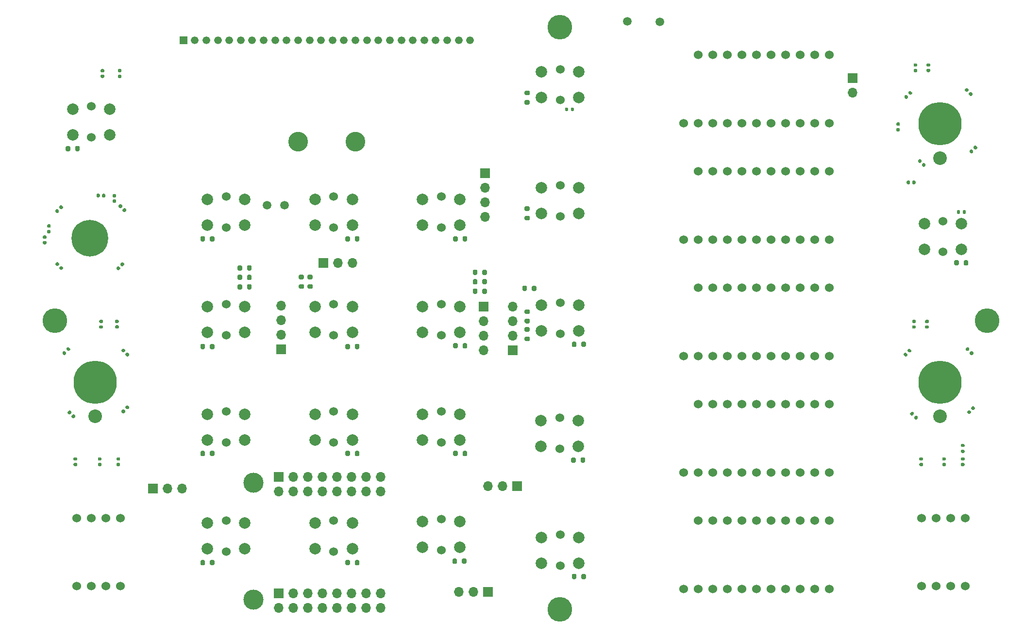
<source format=gbr>
G04 #@! TF.GenerationSoftware,KiCad,Pcbnew,(5.1.9)-1*
G04 #@! TF.CreationDate,2022-08-26T11:24:35-06:00*
G04 #@! TF.ProjectId,ufc_v5_main,7566635f-7635-45f6-9d61-696e2e6b6963,rev?*
G04 #@! TF.SameCoordinates,Original*
G04 #@! TF.FileFunction,Soldermask,Top*
G04 #@! TF.FilePolarity,Negative*
%FSLAX46Y46*%
G04 Gerber Fmt 4.6, Leading zero omitted, Abs format (unit mm)*
G04 Created by KiCad (PCBNEW (5.1.9)-1) date 2022-08-26 11:24:35*
%MOMM*%
%LPD*%
G01*
G04 APERTURE LIST*
%ADD10C,3.500000*%
%ADD11O,1.700000X1.700000*%
%ADD12R,1.700000X1.700000*%
%ADD13C,1.500000*%
%ADD14R,1.337000X1.337000*%
%ADD15C,1.337000*%
%ADD16C,3.435000*%
%ADD17C,1.524000*%
%ADD18C,2.381250*%
%ADD19C,7.540752*%
%ADD20C,6.400000*%
%ADD21C,4.300000*%
%ADD22C,2.000000*%
G04 APERTURE END LIST*
D10*
X125190000Y-173808000D03*
X125190000Y-194208001D03*
D11*
X142300000Y-193118000D03*
X142300000Y-195658000D03*
X144840000Y-195658000D03*
D12*
X129600000Y-193118000D03*
D11*
X129600000Y-195658000D03*
X134680000Y-195658000D03*
X144840000Y-193118000D03*
X132140000Y-193118000D03*
X147380000Y-193118000D03*
X137220000Y-193118000D03*
X132140000Y-195658000D03*
X137220000Y-195658000D03*
X139760000Y-193118000D03*
X139760000Y-195658000D03*
X134680000Y-193118000D03*
X147380000Y-195658000D03*
X142300000Y-172798000D03*
X142300000Y-175338000D03*
X144840000Y-175338000D03*
D12*
X129600000Y-172798000D03*
D11*
X129600000Y-175338000D03*
X134680000Y-175338000D03*
X144840000Y-172798000D03*
X132140000Y-172798000D03*
X147380000Y-172798000D03*
X137220000Y-172798000D03*
X132140000Y-175338000D03*
X137220000Y-175338000D03*
X139760000Y-172798000D03*
X139760000Y-175338000D03*
X134680000Y-172798000D03*
X147380000Y-175338000D03*
D13*
X127568000Y-125427000D03*
X130616000Y-125427000D03*
G36*
G01*
X172632000Y-148331000D02*
X173182000Y-148331000D01*
G75*
G02*
X173382000Y-148531000I0J-200000D01*
G01*
X173382000Y-148931000D01*
G75*
G02*
X173182000Y-149131000I-200000J0D01*
G01*
X172632000Y-149131000D01*
G75*
G02*
X172432000Y-148931000I0J200000D01*
G01*
X172432000Y-148531000D01*
G75*
G02*
X172632000Y-148331000I200000J0D01*
G01*
G37*
G36*
G01*
X172632000Y-146681000D02*
X173182000Y-146681000D01*
G75*
G02*
X173382000Y-146881000I0J-200000D01*
G01*
X173382000Y-147281000D01*
G75*
G02*
X173182000Y-147481000I-200000J0D01*
G01*
X172632000Y-147481000D01*
G75*
G02*
X172432000Y-147281000I0J200000D01*
G01*
X172432000Y-146881000D01*
G75*
G02*
X172632000Y-146681000I200000J0D01*
G01*
G37*
G36*
G01*
X172632000Y-145219000D02*
X173182000Y-145219000D01*
G75*
G02*
X173382000Y-145419000I0J-200000D01*
G01*
X173382000Y-145819000D01*
G75*
G02*
X173182000Y-146019000I-200000J0D01*
G01*
X172632000Y-146019000D01*
G75*
G02*
X172432000Y-145819000I0J200000D01*
G01*
X172432000Y-145419000D01*
G75*
G02*
X172632000Y-145219000I200000J0D01*
G01*
G37*
G36*
G01*
X172632000Y-143569000D02*
X173182000Y-143569000D01*
G75*
G02*
X173382000Y-143769000I0J-200000D01*
G01*
X173382000Y-144169000D01*
G75*
G02*
X173182000Y-144369000I-200000J0D01*
G01*
X172632000Y-144369000D01*
G75*
G02*
X172432000Y-144169000I0J200000D01*
G01*
X172432000Y-143769000D01*
G75*
G02*
X172632000Y-143569000I200000J0D01*
G01*
G37*
G36*
G01*
X172863000Y-139630000D02*
X172863000Y-140180000D01*
G75*
G02*
X172663000Y-140380000I-200000J0D01*
G01*
X172263000Y-140380000D01*
G75*
G02*
X172063000Y-140180000I0J200000D01*
G01*
X172063000Y-139630000D01*
G75*
G02*
X172263000Y-139430000I200000J0D01*
G01*
X172663000Y-139430000D01*
G75*
G02*
X172863000Y-139630000I0J-200000D01*
G01*
G37*
G36*
G01*
X174513000Y-139630000D02*
X174513000Y-140180000D01*
G75*
G02*
X174313000Y-140380000I-200000J0D01*
G01*
X173913000Y-140380000D01*
G75*
G02*
X173713000Y-140180000I0J200000D01*
G01*
X173713000Y-139630000D01*
G75*
G02*
X173913000Y-139430000I200000J0D01*
G01*
X174313000Y-139430000D01*
G75*
G02*
X174513000Y-139630000I0J-200000D01*
G01*
G37*
G36*
G01*
X181499000Y-189922000D02*
X181499000Y-190472000D01*
G75*
G02*
X181299000Y-190672000I-200000J0D01*
G01*
X180899000Y-190672000D01*
G75*
G02*
X180699000Y-190472000I0J200000D01*
G01*
X180699000Y-189922000D01*
G75*
G02*
X180899000Y-189722000I200000J0D01*
G01*
X181299000Y-189722000D01*
G75*
G02*
X181499000Y-189922000I0J-200000D01*
G01*
G37*
G36*
G01*
X183149000Y-189922000D02*
X183149000Y-190472000D01*
G75*
G02*
X182949000Y-190672000I-200000J0D01*
G01*
X182549000Y-190672000D01*
G75*
G02*
X182349000Y-190472000I0J200000D01*
G01*
X182349000Y-189922000D01*
G75*
G02*
X182549000Y-189722000I200000J0D01*
G01*
X182949000Y-189722000D01*
G75*
G02*
X183149000Y-189922000I0J-200000D01*
G01*
G37*
G36*
G01*
X181372000Y-169602000D02*
X181372000Y-170152000D01*
G75*
G02*
X181172000Y-170352000I-200000J0D01*
G01*
X180772000Y-170352000D01*
G75*
G02*
X180572000Y-170152000I0J200000D01*
G01*
X180572000Y-169602000D01*
G75*
G02*
X180772000Y-169402000I200000J0D01*
G01*
X181172000Y-169402000D01*
G75*
G02*
X181372000Y-169602000I0J-200000D01*
G01*
G37*
G36*
G01*
X183022000Y-169602000D02*
X183022000Y-170152000D01*
G75*
G02*
X182822000Y-170352000I-200000J0D01*
G01*
X182422000Y-170352000D01*
G75*
G02*
X182222000Y-170152000I0J200000D01*
G01*
X182222000Y-169602000D01*
G75*
G02*
X182422000Y-169402000I200000J0D01*
G01*
X182822000Y-169402000D01*
G75*
G02*
X183022000Y-169602000I0J-200000D01*
G01*
G37*
G36*
G01*
X181499000Y-149409000D02*
X181499000Y-149959000D01*
G75*
G02*
X181299000Y-150159000I-200000J0D01*
G01*
X180899000Y-150159000D01*
G75*
G02*
X180699000Y-149959000I0J200000D01*
G01*
X180699000Y-149409000D01*
G75*
G02*
X180899000Y-149209000I200000J0D01*
G01*
X181299000Y-149209000D01*
G75*
G02*
X181499000Y-149409000I0J-200000D01*
G01*
G37*
G36*
G01*
X183149000Y-149409000D02*
X183149000Y-149959000D01*
G75*
G02*
X182949000Y-150159000I-200000J0D01*
G01*
X182549000Y-150159000D01*
G75*
G02*
X182349000Y-149959000I0J200000D01*
G01*
X182349000Y-149409000D01*
G75*
G02*
X182549000Y-149209000I200000J0D01*
G01*
X182949000Y-149209000D01*
G75*
G02*
X183149000Y-149409000I0J-200000D01*
G01*
G37*
G36*
G01*
X172632000Y-127249000D02*
X173182000Y-127249000D01*
G75*
G02*
X173382000Y-127449000I0J-200000D01*
G01*
X173382000Y-127849000D01*
G75*
G02*
X173182000Y-128049000I-200000J0D01*
G01*
X172632000Y-128049000D01*
G75*
G02*
X172432000Y-127849000I0J200000D01*
G01*
X172432000Y-127449000D01*
G75*
G02*
X172632000Y-127249000I200000J0D01*
G01*
G37*
G36*
G01*
X172632000Y-125599000D02*
X173182000Y-125599000D01*
G75*
G02*
X173382000Y-125799000I0J-200000D01*
G01*
X173382000Y-126199000D01*
G75*
G02*
X173182000Y-126399000I-200000J0D01*
G01*
X172632000Y-126399000D01*
G75*
G02*
X172432000Y-126199000I0J200000D01*
G01*
X172432000Y-125799000D01*
G75*
G02*
X172632000Y-125599000I200000J0D01*
G01*
G37*
G36*
G01*
X172632000Y-107056000D02*
X173182000Y-107056000D01*
G75*
G02*
X173382000Y-107256000I0J-200000D01*
G01*
X173382000Y-107656000D01*
G75*
G02*
X173182000Y-107856000I-200000J0D01*
G01*
X172632000Y-107856000D01*
G75*
G02*
X172432000Y-107656000I0J200000D01*
G01*
X172432000Y-107256000D01*
G75*
G02*
X172632000Y-107056000I200000J0D01*
G01*
G37*
G36*
G01*
X172632000Y-105406000D02*
X173182000Y-105406000D01*
G75*
G02*
X173382000Y-105606000I0J-200000D01*
G01*
X173382000Y-106006000D01*
G75*
G02*
X173182000Y-106206000I-200000J0D01*
G01*
X172632000Y-106206000D01*
G75*
G02*
X172432000Y-106006000I0J200000D01*
G01*
X172432000Y-105606000D01*
G75*
G02*
X172632000Y-105406000I200000J0D01*
G01*
G37*
G36*
G01*
X160671000Y-187255000D02*
X160671000Y-187805000D01*
G75*
G02*
X160471000Y-188005000I-200000J0D01*
G01*
X160071000Y-188005000D01*
G75*
G02*
X159871000Y-187805000I0J200000D01*
G01*
X159871000Y-187255000D01*
G75*
G02*
X160071000Y-187055000I200000J0D01*
G01*
X160471000Y-187055000D01*
G75*
G02*
X160671000Y-187255000I0J-200000D01*
G01*
G37*
G36*
G01*
X162321000Y-187255000D02*
X162321000Y-187805000D01*
G75*
G02*
X162121000Y-188005000I-200000J0D01*
G01*
X161721000Y-188005000D01*
G75*
G02*
X161521000Y-187805000I0J200000D01*
G01*
X161521000Y-187255000D01*
G75*
G02*
X161721000Y-187055000I200000J0D01*
G01*
X162121000Y-187055000D01*
G75*
G02*
X162321000Y-187255000I0J-200000D01*
G01*
G37*
G36*
G01*
X160798000Y-168459000D02*
X160798000Y-169009000D01*
G75*
G02*
X160598000Y-169209000I-200000J0D01*
G01*
X160198000Y-169209000D01*
G75*
G02*
X159998000Y-169009000I0J200000D01*
G01*
X159998000Y-168459000D01*
G75*
G02*
X160198000Y-168259000I200000J0D01*
G01*
X160598000Y-168259000D01*
G75*
G02*
X160798000Y-168459000I0J-200000D01*
G01*
G37*
G36*
G01*
X162448000Y-168459000D02*
X162448000Y-169009000D01*
G75*
G02*
X162248000Y-169209000I-200000J0D01*
G01*
X161848000Y-169209000D01*
G75*
G02*
X161648000Y-169009000I0J200000D01*
G01*
X161648000Y-168459000D01*
G75*
G02*
X161848000Y-168259000I200000J0D01*
G01*
X162248000Y-168259000D01*
G75*
G02*
X162448000Y-168459000I0J-200000D01*
G01*
G37*
G36*
G01*
X160798000Y-149663000D02*
X160798000Y-150213000D01*
G75*
G02*
X160598000Y-150413000I-200000J0D01*
G01*
X160198000Y-150413000D01*
G75*
G02*
X159998000Y-150213000I0J200000D01*
G01*
X159998000Y-149663000D01*
G75*
G02*
X160198000Y-149463000I200000J0D01*
G01*
X160598000Y-149463000D01*
G75*
G02*
X160798000Y-149663000I0J-200000D01*
G01*
G37*
G36*
G01*
X162448000Y-149663000D02*
X162448000Y-150213000D01*
G75*
G02*
X162248000Y-150413000I-200000J0D01*
G01*
X161848000Y-150413000D01*
G75*
G02*
X161648000Y-150213000I0J200000D01*
G01*
X161648000Y-149663000D01*
G75*
G02*
X161848000Y-149463000I200000J0D01*
G01*
X162248000Y-149463000D01*
G75*
G02*
X162448000Y-149663000I0J-200000D01*
G01*
G37*
G36*
G01*
X160798000Y-130994000D02*
X160798000Y-131544000D01*
G75*
G02*
X160598000Y-131744000I-200000J0D01*
G01*
X160198000Y-131744000D01*
G75*
G02*
X159998000Y-131544000I0J200000D01*
G01*
X159998000Y-130994000D01*
G75*
G02*
X160198000Y-130794000I200000J0D01*
G01*
X160598000Y-130794000D01*
G75*
G02*
X160798000Y-130994000I0J-200000D01*
G01*
G37*
G36*
G01*
X162448000Y-130994000D02*
X162448000Y-131544000D01*
G75*
G02*
X162248000Y-131744000I-200000J0D01*
G01*
X161848000Y-131744000D01*
G75*
G02*
X161648000Y-131544000I0J200000D01*
G01*
X161648000Y-130994000D01*
G75*
G02*
X161848000Y-130794000I200000J0D01*
G01*
X162248000Y-130794000D01*
G75*
G02*
X162448000Y-130994000I0J-200000D01*
G01*
G37*
G36*
G01*
X248174000Y-135185000D02*
X248174000Y-135735000D01*
G75*
G02*
X247974000Y-135935000I-200000J0D01*
G01*
X247574000Y-135935000D01*
G75*
G02*
X247374000Y-135735000I0J200000D01*
G01*
X247374000Y-135185000D01*
G75*
G02*
X247574000Y-134985000I200000J0D01*
G01*
X247974000Y-134985000D01*
G75*
G02*
X248174000Y-135185000I0J-200000D01*
G01*
G37*
G36*
G01*
X249824000Y-135185000D02*
X249824000Y-135735000D01*
G75*
G02*
X249624000Y-135935000I-200000J0D01*
G01*
X249224000Y-135935000D01*
G75*
G02*
X249024000Y-135735000I0J200000D01*
G01*
X249024000Y-135185000D01*
G75*
G02*
X249224000Y-134985000I200000J0D01*
G01*
X249624000Y-134985000D01*
G75*
G02*
X249824000Y-135185000I0J-200000D01*
G01*
G37*
G36*
G01*
X142002000Y-187509000D02*
X142002000Y-188059000D01*
G75*
G02*
X141802000Y-188259000I-200000J0D01*
G01*
X141402000Y-188259000D01*
G75*
G02*
X141202000Y-188059000I0J200000D01*
G01*
X141202000Y-187509000D01*
G75*
G02*
X141402000Y-187309000I200000J0D01*
G01*
X141802000Y-187309000D01*
G75*
G02*
X142002000Y-187509000I0J-200000D01*
G01*
G37*
G36*
G01*
X143652000Y-187509000D02*
X143652000Y-188059000D01*
G75*
G02*
X143452000Y-188259000I-200000J0D01*
G01*
X143052000Y-188259000D01*
G75*
G02*
X142852000Y-188059000I0J200000D01*
G01*
X142852000Y-187509000D01*
G75*
G02*
X143052000Y-187309000I200000J0D01*
G01*
X143452000Y-187309000D01*
G75*
G02*
X143652000Y-187509000I0J-200000D01*
G01*
G37*
G36*
G01*
X142002000Y-168459000D02*
X142002000Y-169009000D01*
G75*
G02*
X141802000Y-169209000I-200000J0D01*
G01*
X141402000Y-169209000D01*
G75*
G02*
X141202000Y-169009000I0J200000D01*
G01*
X141202000Y-168459000D01*
G75*
G02*
X141402000Y-168259000I200000J0D01*
G01*
X141802000Y-168259000D01*
G75*
G02*
X142002000Y-168459000I0J-200000D01*
G01*
G37*
G36*
G01*
X143652000Y-168459000D02*
X143652000Y-169009000D01*
G75*
G02*
X143452000Y-169209000I-200000J0D01*
G01*
X143052000Y-169209000D01*
G75*
G02*
X142852000Y-169009000I0J200000D01*
G01*
X142852000Y-168459000D01*
G75*
G02*
X143052000Y-168259000I200000J0D01*
G01*
X143452000Y-168259000D01*
G75*
G02*
X143652000Y-168459000I0J-200000D01*
G01*
G37*
G36*
G01*
X142002000Y-149790000D02*
X142002000Y-150340000D01*
G75*
G02*
X141802000Y-150540000I-200000J0D01*
G01*
X141402000Y-150540000D01*
G75*
G02*
X141202000Y-150340000I0J200000D01*
G01*
X141202000Y-149790000D01*
G75*
G02*
X141402000Y-149590000I200000J0D01*
G01*
X141802000Y-149590000D01*
G75*
G02*
X142002000Y-149790000I0J-200000D01*
G01*
G37*
G36*
G01*
X143652000Y-149790000D02*
X143652000Y-150340000D01*
G75*
G02*
X143452000Y-150540000I-200000J0D01*
G01*
X143052000Y-150540000D01*
G75*
G02*
X142852000Y-150340000I0J200000D01*
G01*
X142852000Y-149790000D01*
G75*
G02*
X143052000Y-149590000I200000J0D01*
G01*
X143452000Y-149590000D01*
G75*
G02*
X143652000Y-149790000I0J-200000D01*
G01*
G37*
G36*
G01*
X142002000Y-130994000D02*
X142002000Y-131544000D01*
G75*
G02*
X141802000Y-131744000I-200000J0D01*
G01*
X141402000Y-131744000D01*
G75*
G02*
X141202000Y-131544000I0J200000D01*
G01*
X141202000Y-130994000D01*
G75*
G02*
X141402000Y-130794000I200000J0D01*
G01*
X141802000Y-130794000D01*
G75*
G02*
X142002000Y-130994000I0J-200000D01*
G01*
G37*
G36*
G01*
X143652000Y-130994000D02*
X143652000Y-131544000D01*
G75*
G02*
X143452000Y-131744000I-200000J0D01*
G01*
X143052000Y-131744000D01*
G75*
G02*
X142852000Y-131544000I0J200000D01*
G01*
X142852000Y-130994000D01*
G75*
G02*
X143052000Y-130794000I200000J0D01*
G01*
X143452000Y-130794000D01*
G75*
G02*
X143652000Y-130994000I0J-200000D01*
G01*
G37*
G36*
G01*
X93233600Y-115246000D02*
X93233600Y-115796000D01*
G75*
G02*
X93033600Y-115996000I-200000J0D01*
G01*
X92633600Y-115996000D01*
G75*
G02*
X92433600Y-115796000I0J200000D01*
G01*
X92433600Y-115246000D01*
G75*
G02*
X92633600Y-115046000I200000J0D01*
G01*
X93033600Y-115046000D01*
G75*
G02*
X93233600Y-115246000I0J-200000D01*
G01*
G37*
G36*
G01*
X94883600Y-115246000D02*
X94883600Y-115796000D01*
G75*
G02*
X94683600Y-115996000I-200000J0D01*
G01*
X94283600Y-115996000D01*
G75*
G02*
X94083600Y-115796000I0J200000D01*
G01*
X94083600Y-115246000D01*
G75*
G02*
X94283600Y-115046000I200000J0D01*
G01*
X94683600Y-115046000D01*
G75*
G02*
X94883600Y-115246000I0J-200000D01*
G01*
G37*
G36*
G01*
X116729000Y-187509000D02*
X116729000Y-188059000D01*
G75*
G02*
X116529000Y-188259000I-200000J0D01*
G01*
X116129000Y-188259000D01*
G75*
G02*
X115929000Y-188059000I0J200000D01*
G01*
X115929000Y-187509000D01*
G75*
G02*
X116129000Y-187309000I200000J0D01*
G01*
X116529000Y-187309000D01*
G75*
G02*
X116729000Y-187509000I0J-200000D01*
G01*
G37*
G36*
G01*
X118379000Y-187509000D02*
X118379000Y-188059000D01*
G75*
G02*
X118179000Y-188259000I-200000J0D01*
G01*
X117779000Y-188259000D01*
G75*
G02*
X117579000Y-188059000I0J200000D01*
G01*
X117579000Y-187509000D01*
G75*
G02*
X117779000Y-187309000I200000J0D01*
G01*
X118179000Y-187309000D01*
G75*
G02*
X118379000Y-187509000I0J-200000D01*
G01*
G37*
G36*
G01*
X116729000Y-168459000D02*
X116729000Y-169009000D01*
G75*
G02*
X116529000Y-169209000I-200000J0D01*
G01*
X116129000Y-169209000D01*
G75*
G02*
X115929000Y-169009000I0J200000D01*
G01*
X115929000Y-168459000D01*
G75*
G02*
X116129000Y-168259000I200000J0D01*
G01*
X116529000Y-168259000D01*
G75*
G02*
X116729000Y-168459000I0J-200000D01*
G01*
G37*
G36*
G01*
X118379000Y-168459000D02*
X118379000Y-169009000D01*
G75*
G02*
X118179000Y-169209000I-200000J0D01*
G01*
X117779000Y-169209000D01*
G75*
G02*
X117579000Y-169009000I0J200000D01*
G01*
X117579000Y-168459000D01*
G75*
G02*
X117779000Y-168259000I200000J0D01*
G01*
X118179000Y-168259000D01*
G75*
G02*
X118379000Y-168459000I0J-200000D01*
G01*
G37*
G36*
G01*
X249038000Y-167605000D02*
X248668000Y-167605000D01*
G75*
G02*
X248533000Y-167470000I0J135000D01*
G01*
X248533000Y-167200000D01*
G75*
G02*
X248668000Y-167065000I135000J0D01*
G01*
X249038000Y-167065000D01*
G75*
G02*
X249173000Y-167200000I0J-135000D01*
G01*
X249173000Y-167470000D01*
G75*
G02*
X249038000Y-167605000I-135000J0D01*
G01*
G37*
G36*
G01*
X249038000Y-168625000D02*
X248668000Y-168625000D01*
G75*
G02*
X248533000Y-168490000I0J135000D01*
G01*
X248533000Y-168220000D01*
G75*
G02*
X248668000Y-168085000I135000J0D01*
G01*
X249038000Y-168085000D01*
G75*
G02*
X249173000Y-168220000I0J-135000D01*
G01*
X249173000Y-168490000D01*
G75*
G02*
X249038000Y-168625000I-135000J0D01*
G01*
G37*
G36*
G01*
X248839000Y-126755000D02*
X248839000Y-126385000D01*
G75*
G02*
X248974000Y-126250000I135000J0D01*
G01*
X249244000Y-126250000D01*
G75*
G02*
X249379000Y-126385000I0J-135000D01*
G01*
X249379000Y-126755000D01*
G75*
G02*
X249244000Y-126890000I-135000J0D01*
G01*
X248974000Y-126890000D01*
G75*
G02*
X248839000Y-126755000I0J135000D01*
G01*
G37*
G36*
G01*
X247819000Y-126755000D02*
X247819000Y-126385000D01*
G75*
G02*
X247954000Y-126250000I135000J0D01*
G01*
X248224000Y-126250000D01*
G75*
G02*
X248359000Y-126385000I0J-135000D01*
G01*
X248359000Y-126755000D01*
G75*
G02*
X248224000Y-126890000I-135000J0D01*
G01*
X247954000Y-126890000D01*
G75*
G02*
X247819000Y-126755000I0J135000D01*
G01*
G37*
G36*
G01*
X180033000Y-108478000D02*
X180033000Y-108848000D01*
G75*
G02*
X179898000Y-108983000I-135000J0D01*
G01*
X179628000Y-108983000D01*
G75*
G02*
X179493000Y-108848000I0J135000D01*
G01*
X179493000Y-108478000D01*
G75*
G02*
X179628000Y-108343000I135000J0D01*
G01*
X179898000Y-108343000D01*
G75*
G02*
X180033000Y-108478000I0J-135000D01*
G01*
G37*
G36*
G01*
X181053000Y-108478000D02*
X181053000Y-108848000D01*
G75*
G02*
X180918000Y-108983000I-135000J0D01*
G01*
X180648000Y-108983000D01*
G75*
G02*
X180513000Y-108848000I0J135000D01*
G01*
X180513000Y-108478000D01*
G75*
G02*
X180648000Y-108343000I135000J0D01*
G01*
X180918000Y-108343000D01*
G75*
G02*
X181053000Y-108478000I0J-135000D01*
G01*
G37*
G36*
G01*
X165077000Y-137386000D02*
X165077000Y-136836000D01*
G75*
G02*
X165277000Y-136636000I200000J0D01*
G01*
X165677000Y-136636000D01*
G75*
G02*
X165877000Y-136836000I0J-200000D01*
G01*
X165877000Y-137386000D01*
G75*
G02*
X165677000Y-137586000I-200000J0D01*
G01*
X165277000Y-137586000D01*
G75*
G02*
X165077000Y-137386000I0J200000D01*
G01*
G37*
G36*
G01*
X163427000Y-137386000D02*
X163427000Y-136836000D01*
G75*
G02*
X163627000Y-136636000I200000J0D01*
G01*
X164027000Y-136636000D01*
G75*
G02*
X164227000Y-136836000I0J-200000D01*
G01*
X164227000Y-137386000D01*
G75*
G02*
X164027000Y-137586000I-200000J0D01*
G01*
X163627000Y-137586000D01*
G75*
G02*
X163427000Y-137386000I0J200000D01*
G01*
G37*
G36*
G01*
X164227000Y-138487000D02*
X164227000Y-139037000D01*
G75*
G02*
X164027000Y-139237000I-200000J0D01*
G01*
X163627000Y-139237000D01*
G75*
G02*
X163427000Y-139037000I0J200000D01*
G01*
X163427000Y-138487000D01*
G75*
G02*
X163627000Y-138287000I200000J0D01*
G01*
X164027000Y-138287000D01*
G75*
G02*
X164227000Y-138487000I0J-200000D01*
G01*
G37*
G36*
G01*
X165877000Y-138487000D02*
X165877000Y-139037000D01*
G75*
G02*
X165677000Y-139237000I-200000J0D01*
G01*
X165277000Y-139237000D01*
G75*
G02*
X165077000Y-139037000I0J200000D01*
G01*
X165077000Y-138487000D01*
G75*
G02*
X165277000Y-138287000I200000J0D01*
G01*
X165677000Y-138287000D01*
G75*
G02*
X165877000Y-138487000I0J-200000D01*
G01*
G37*
G36*
G01*
X165077000Y-140688000D02*
X165077000Y-140138000D01*
G75*
G02*
X165277000Y-139938000I200000J0D01*
G01*
X165677000Y-139938000D01*
G75*
G02*
X165877000Y-140138000I0J-200000D01*
G01*
X165877000Y-140688000D01*
G75*
G02*
X165677000Y-140888000I-200000J0D01*
G01*
X165277000Y-140888000D01*
G75*
G02*
X165077000Y-140688000I0J200000D01*
G01*
G37*
G36*
G01*
X163427000Y-140688000D02*
X163427000Y-140138000D01*
G75*
G02*
X163627000Y-139938000I200000J0D01*
G01*
X164027000Y-139938000D01*
G75*
G02*
X164227000Y-140138000I0J-200000D01*
G01*
X164227000Y-140688000D01*
G75*
G02*
X164027000Y-140888000I-200000J0D01*
G01*
X163627000Y-140888000D01*
G75*
G02*
X163427000Y-140688000I0J200000D01*
G01*
G37*
G36*
G01*
X116729000Y-149790000D02*
X116729000Y-150340000D01*
G75*
G02*
X116529000Y-150540000I-200000J0D01*
G01*
X116129000Y-150540000D01*
G75*
G02*
X115929000Y-150340000I0J200000D01*
G01*
X115929000Y-149790000D01*
G75*
G02*
X116129000Y-149590000I200000J0D01*
G01*
X116529000Y-149590000D01*
G75*
G02*
X116729000Y-149790000I0J-200000D01*
G01*
G37*
G36*
G01*
X118379000Y-149790000D02*
X118379000Y-150340000D01*
G75*
G02*
X118179000Y-150540000I-200000J0D01*
G01*
X117779000Y-150540000D01*
G75*
G02*
X117579000Y-150340000I0J200000D01*
G01*
X117579000Y-149790000D01*
G75*
G02*
X117779000Y-149590000I200000J0D01*
G01*
X118179000Y-149590000D01*
G75*
G02*
X118379000Y-149790000I0J-200000D01*
G01*
G37*
G36*
G01*
X116729000Y-130994000D02*
X116729000Y-131544000D01*
G75*
G02*
X116529000Y-131744000I-200000J0D01*
G01*
X116129000Y-131744000D01*
G75*
G02*
X115929000Y-131544000I0J200000D01*
G01*
X115929000Y-130994000D01*
G75*
G02*
X116129000Y-130794000I200000J0D01*
G01*
X116529000Y-130794000D01*
G75*
G02*
X116729000Y-130994000I0J-200000D01*
G01*
G37*
G36*
G01*
X118379000Y-130994000D02*
X118379000Y-131544000D01*
G75*
G02*
X118179000Y-131744000I-200000J0D01*
G01*
X117779000Y-131744000D01*
G75*
G02*
X117579000Y-131544000I0J200000D01*
G01*
X117579000Y-130994000D01*
G75*
G02*
X117779000Y-130794000I200000J0D01*
G01*
X118179000Y-130794000D01*
G75*
G02*
X118379000Y-130994000I0J-200000D01*
G01*
G37*
G36*
G01*
X124056000Y-136624000D02*
X124056000Y-136074000D01*
G75*
G02*
X124256000Y-135874000I200000J0D01*
G01*
X124656000Y-135874000D01*
G75*
G02*
X124856000Y-136074000I0J-200000D01*
G01*
X124856000Y-136624000D01*
G75*
G02*
X124656000Y-136824000I-200000J0D01*
G01*
X124256000Y-136824000D01*
G75*
G02*
X124056000Y-136624000I0J200000D01*
G01*
G37*
G36*
G01*
X122406000Y-136624000D02*
X122406000Y-136074000D01*
G75*
G02*
X122606000Y-135874000I200000J0D01*
G01*
X123006000Y-135874000D01*
G75*
G02*
X123206000Y-136074000I0J-200000D01*
G01*
X123206000Y-136624000D01*
G75*
G02*
X123006000Y-136824000I-200000J0D01*
G01*
X122606000Y-136824000D01*
G75*
G02*
X122406000Y-136624000I0J200000D01*
G01*
G37*
G36*
G01*
X123206000Y-137725000D02*
X123206000Y-138275000D01*
G75*
G02*
X123006000Y-138475000I-200000J0D01*
G01*
X122606000Y-138475000D01*
G75*
G02*
X122406000Y-138275000I0J200000D01*
G01*
X122406000Y-137725000D01*
G75*
G02*
X122606000Y-137525000I200000J0D01*
G01*
X123006000Y-137525000D01*
G75*
G02*
X123206000Y-137725000I0J-200000D01*
G01*
G37*
G36*
G01*
X124856000Y-137725000D02*
X124856000Y-138275000D01*
G75*
G02*
X124656000Y-138475000I-200000J0D01*
G01*
X124256000Y-138475000D01*
G75*
G02*
X124056000Y-138275000I0J200000D01*
G01*
X124056000Y-137725000D01*
G75*
G02*
X124256000Y-137525000I200000J0D01*
G01*
X124656000Y-137525000D01*
G75*
G02*
X124856000Y-137725000I0J-200000D01*
G01*
G37*
G36*
G01*
X134786000Y-139187000D02*
X135336000Y-139187000D01*
G75*
G02*
X135536000Y-139387000I0J-200000D01*
G01*
X135536000Y-139787000D01*
G75*
G02*
X135336000Y-139987000I-200000J0D01*
G01*
X134786000Y-139987000D01*
G75*
G02*
X134586000Y-139787000I0J200000D01*
G01*
X134586000Y-139387000D01*
G75*
G02*
X134786000Y-139187000I200000J0D01*
G01*
G37*
G36*
G01*
X134786000Y-137537000D02*
X135336000Y-137537000D01*
G75*
G02*
X135536000Y-137737000I0J-200000D01*
G01*
X135536000Y-138137000D01*
G75*
G02*
X135336000Y-138337000I-200000J0D01*
G01*
X134786000Y-138337000D01*
G75*
G02*
X134586000Y-138137000I0J200000D01*
G01*
X134586000Y-137737000D01*
G75*
G02*
X134786000Y-137537000I200000J0D01*
G01*
G37*
G36*
G01*
X123206000Y-139376000D02*
X123206000Y-139926000D01*
G75*
G02*
X123006000Y-140126000I-200000J0D01*
G01*
X122606000Y-140126000D01*
G75*
G02*
X122406000Y-139926000I0J200000D01*
G01*
X122406000Y-139376000D01*
G75*
G02*
X122606000Y-139176000I200000J0D01*
G01*
X123006000Y-139176000D01*
G75*
G02*
X123206000Y-139376000I0J-200000D01*
G01*
G37*
G36*
G01*
X124856000Y-139376000D02*
X124856000Y-139926000D01*
G75*
G02*
X124656000Y-140126000I-200000J0D01*
G01*
X124256000Y-140126000D01*
G75*
G02*
X124056000Y-139926000I0J200000D01*
G01*
X124056000Y-139376000D01*
G75*
G02*
X124256000Y-139176000I200000J0D01*
G01*
X124656000Y-139176000D01*
G75*
G02*
X124856000Y-139376000I0J-200000D01*
G01*
G37*
G36*
G01*
X133812000Y-138337000D02*
X133262000Y-138337000D01*
G75*
G02*
X133062000Y-138137000I0J200000D01*
G01*
X133062000Y-137737000D01*
G75*
G02*
X133262000Y-137537000I200000J0D01*
G01*
X133812000Y-137537000D01*
G75*
G02*
X134012000Y-137737000I0J-200000D01*
G01*
X134012000Y-138137000D01*
G75*
G02*
X133812000Y-138337000I-200000J0D01*
G01*
G37*
G36*
G01*
X133812000Y-139987000D02*
X133262000Y-139987000D01*
G75*
G02*
X133062000Y-139787000I0J200000D01*
G01*
X133062000Y-139387000D01*
G75*
G02*
X133262000Y-139187000I200000J0D01*
G01*
X133812000Y-139187000D01*
G75*
G02*
X134012000Y-139387000I0J-200000D01*
G01*
X134012000Y-139787000D01*
G75*
G02*
X133812000Y-139987000I-200000J0D01*
G01*
G37*
D11*
X142427000Y-135460000D03*
X139887000Y-135460000D03*
D12*
X137347000Y-135460000D03*
D11*
X166049000Y-174449000D03*
X168589000Y-174449000D03*
D12*
X171129000Y-174449000D03*
D11*
X165287000Y-150700000D03*
X165287000Y-148160000D03*
X165287000Y-145620000D03*
D12*
X165287000Y-143080000D03*
D11*
X170367000Y-143080000D03*
X170367000Y-145620000D03*
X170367000Y-148160000D03*
D12*
X170367000Y-150700000D03*
D11*
X165541000Y-127459000D03*
X165541000Y-124919000D03*
X165541000Y-122379000D03*
D12*
X165541000Y-119839000D03*
D11*
X160969000Y-192864000D03*
X163509000Y-192864000D03*
D12*
X166049000Y-192864000D03*
D11*
X112709000Y-174821000D03*
X110169000Y-174821000D03*
D12*
X107629000Y-174821000D03*
D11*
X129981000Y-142953000D03*
X129981000Y-145493000D03*
X129981000Y-148033000D03*
D12*
X129981000Y-150573000D03*
D11*
X229676000Y-105742000D03*
D12*
X229676000Y-103202000D03*
D14*
X112950000Y-96643000D03*
D15*
X114950000Y-96643000D03*
X116950000Y-96643000D03*
X118950000Y-96643000D03*
X120950000Y-96643000D03*
X122950000Y-96643000D03*
X124950000Y-96643000D03*
X126950000Y-96643000D03*
X128950000Y-96643000D03*
X130950000Y-96643000D03*
X132950000Y-96643000D03*
X134950000Y-96643000D03*
X136950000Y-96643000D03*
X138950000Y-96643000D03*
X140950000Y-96643000D03*
X142950000Y-96643000D03*
X144950000Y-96643000D03*
X146950000Y-96643000D03*
X148950000Y-96643000D03*
X150950000Y-96643000D03*
X152950000Y-96643000D03*
X154950000Y-96643000D03*
X156950000Y-96643000D03*
X158950000Y-96643000D03*
X160950000Y-96643000D03*
X162950000Y-96643000D03*
D16*
X132952000Y-114347000D03*
X142952000Y-114347000D03*
D17*
X202716000Y-180474000D03*
X205256000Y-180474000D03*
X207796000Y-180474000D03*
X210336000Y-180474000D03*
X212876000Y-180474000D03*
X215416000Y-180474000D03*
X217956000Y-180474000D03*
X220496000Y-180474000D03*
X223036000Y-180474000D03*
X225576000Y-180474000D03*
X225576000Y-192374000D03*
X223036000Y-192374000D03*
X220496000Y-192374000D03*
X217956000Y-192374000D03*
X215416000Y-192374000D03*
X212876000Y-192374000D03*
X210336000Y-192374000D03*
X207796000Y-192374000D03*
X205256000Y-192374000D03*
X202716000Y-192374000D03*
X200176000Y-192374000D03*
X202716000Y-160154000D03*
X205256000Y-160154000D03*
X207796000Y-160154000D03*
X210336000Y-160154000D03*
X212876000Y-160154000D03*
X215416000Y-160154000D03*
X217956000Y-160154000D03*
X220496000Y-160154000D03*
X223036000Y-160154000D03*
X225576000Y-160154000D03*
X225576000Y-172054000D03*
X223036000Y-172054000D03*
X220496000Y-172054000D03*
X217956000Y-172054000D03*
X215416000Y-172054000D03*
X212876000Y-172054000D03*
X210336000Y-172054000D03*
X207796000Y-172054000D03*
X205256000Y-172054000D03*
X202716000Y-172054000D03*
X200176000Y-172054000D03*
X202716000Y-139834000D03*
X205256000Y-139834000D03*
X207796000Y-139834000D03*
X210336000Y-139834000D03*
X212876000Y-139834000D03*
X215416000Y-139834000D03*
X217956000Y-139834000D03*
X220496000Y-139834000D03*
X223036000Y-139834000D03*
X225576000Y-139834000D03*
X225576000Y-151734000D03*
X223036000Y-151734000D03*
X220496000Y-151734000D03*
X217956000Y-151734000D03*
X215416000Y-151734000D03*
X212876000Y-151734000D03*
X210336000Y-151734000D03*
X207796000Y-151734000D03*
X205256000Y-151734000D03*
X202716000Y-151734000D03*
X200176000Y-151734000D03*
X202716000Y-119514000D03*
X205256000Y-119514000D03*
X207796000Y-119514000D03*
X210336000Y-119514000D03*
X212876000Y-119514000D03*
X215416000Y-119514000D03*
X217956000Y-119514000D03*
X220496000Y-119514000D03*
X223036000Y-119514000D03*
X225576000Y-119514000D03*
X225576000Y-131414000D03*
X223036000Y-131414000D03*
X220496000Y-131414000D03*
X217956000Y-131414000D03*
X215416000Y-131414000D03*
X212876000Y-131414000D03*
X210336000Y-131414000D03*
X207796000Y-131414000D03*
X205256000Y-131414000D03*
X202716000Y-131414000D03*
X200176000Y-131414000D03*
X202716000Y-99194000D03*
X205256000Y-99194000D03*
X207796000Y-99194000D03*
X210336000Y-99194000D03*
X212876000Y-99194000D03*
X215416000Y-99194000D03*
X217956000Y-99194000D03*
X220496000Y-99194000D03*
X223036000Y-99194000D03*
X225576000Y-99194000D03*
X225576000Y-111094000D03*
X223036000Y-111094000D03*
X220496000Y-111094000D03*
X217956000Y-111094000D03*
X215416000Y-111094000D03*
X212876000Y-111094000D03*
X210336000Y-111094000D03*
X207796000Y-111094000D03*
X205256000Y-111094000D03*
X202716000Y-111094000D03*
X200176000Y-111094000D03*
X241659000Y-179974000D03*
X244199000Y-179974000D03*
X246739000Y-179974000D03*
X249279000Y-179974000D03*
X241659000Y-191874000D03*
X244199000Y-191874000D03*
X246739000Y-191874000D03*
X249279000Y-191874000D03*
X94339000Y-179974000D03*
X96879000Y-179974000D03*
X99419000Y-179974000D03*
X101959000Y-179974000D03*
X94339000Y-191874000D03*
X96879000Y-191874000D03*
X99419000Y-191874000D03*
X101959000Y-191874000D03*
D18*
X244853000Y-162268000D03*
D19*
X244853000Y-156268000D03*
D18*
X244853000Y-117184000D03*
D19*
X244853000Y-111184000D03*
D18*
X97533000Y-162268000D03*
D19*
X97533000Y-156268000D03*
D20*
X96644000Y-131186000D03*
G36*
G01*
X99025400Y-102226000D02*
X98680400Y-102226000D01*
G75*
G02*
X98532900Y-102078500I0J147500D01*
G01*
X98532900Y-101783500D01*
G75*
G02*
X98680400Y-101636000I147500J0D01*
G01*
X99025400Y-101636000D01*
G75*
G02*
X99172900Y-101783500I0J-147500D01*
G01*
X99172900Y-102078500D01*
G75*
G02*
X99025400Y-102226000I-147500J0D01*
G01*
G37*
G36*
G01*
X99025400Y-103196000D02*
X98680400Y-103196000D01*
G75*
G02*
X98532900Y-103048500I0J147500D01*
G01*
X98532900Y-102753500D01*
G75*
G02*
X98680400Y-102606000I147500J0D01*
G01*
X99025400Y-102606000D01*
G75*
G02*
X99172900Y-102753500I0J-147500D01*
G01*
X99172900Y-103048500D01*
G75*
G02*
X99025400Y-103196000I-147500J0D01*
G01*
G37*
G36*
G01*
X102025500Y-102226000D02*
X101680500Y-102226000D01*
G75*
G02*
X101533000Y-102078500I0J147500D01*
G01*
X101533000Y-101783500D01*
G75*
G02*
X101680500Y-101636000I147500J0D01*
G01*
X102025500Y-101636000D01*
G75*
G02*
X102173000Y-101783500I0J-147500D01*
G01*
X102173000Y-102078500D01*
G75*
G02*
X102025500Y-102226000I-147500J0D01*
G01*
G37*
G36*
G01*
X102025500Y-103196000D02*
X101680500Y-103196000D01*
G75*
G02*
X101533000Y-103048500I0J147500D01*
G01*
X101533000Y-102753500D01*
G75*
G02*
X101680500Y-102606000I147500J0D01*
G01*
X102025500Y-102606000D01*
G75*
G02*
X102173000Y-102753500I0J-147500D01*
G01*
X102173000Y-103048500D01*
G75*
G02*
X102025500Y-103196000I-147500J0D01*
G01*
G37*
G36*
G01*
X98762900Y-123898500D02*
X98762900Y-123553500D01*
G75*
G02*
X98910400Y-123406000I147500J0D01*
G01*
X99205400Y-123406000D01*
G75*
G02*
X99352900Y-123553500I0J-147500D01*
G01*
X99352900Y-123898500D01*
G75*
G02*
X99205400Y-124046000I-147500J0D01*
G01*
X98910400Y-124046000D01*
G75*
G02*
X98762900Y-123898500I0J147500D01*
G01*
G37*
G36*
G01*
X97792900Y-123898500D02*
X97792900Y-123553500D01*
G75*
G02*
X97940400Y-123406000I147500J0D01*
G01*
X98235400Y-123406000D01*
G75*
G02*
X98382900Y-123553500I0J-147500D01*
G01*
X98382900Y-123898500D01*
G75*
G02*
X98235400Y-124046000I-147500J0D01*
G01*
X97940400Y-124046000D01*
G75*
G02*
X97792900Y-123898500I0J147500D01*
G01*
G37*
G36*
G01*
X100740500Y-124396000D02*
X101085500Y-124396000D01*
G75*
G02*
X101233000Y-124543500I0J-147500D01*
G01*
X101233000Y-124838500D01*
G75*
G02*
X101085500Y-124986000I-147500J0D01*
G01*
X100740500Y-124986000D01*
G75*
G02*
X100593000Y-124838500I0J147500D01*
G01*
X100593000Y-124543500D01*
G75*
G02*
X100740500Y-124396000I147500J0D01*
G01*
G37*
G36*
G01*
X100740500Y-123426000D02*
X101085500Y-123426000D01*
G75*
G02*
X101233000Y-123573500I0J-147500D01*
G01*
X101233000Y-123868500D01*
G75*
G02*
X101085500Y-124016000I-147500J0D01*
G01*
X100740500Y-124016000D01*
G75*
G02*
X100593000Y-123868500I0J147500D01*
G01*
X100593000Y-123573500D01*
G75*
G02*
X100740500Y-123426000I147500J0D01*
G01*
G37*
G36*
G01*
X91012573Y-126102375D02*
X91256525Y-126346327D01*
G75*
G02*
X91256525Y-126554923I-104298J-104298D01*
G01*
X91047929Y-126763519D01*
G75*
G02*
X90839333Y-126763519I-104298J104298D01*
G01*
X90595381Y-126519567D01*
G75*
G02*
X90595381Y-126310971I104298J104298D01*
G01*
X90803977Y-126102375D01*
G75*
G02*
X91012573Y-126102375I104298J-104298D01*
G01*
G37*
G36*
G01*
X91698467Y-125416481D02*
X91942419Y-125660433D01*
G75*
G02*
X91942419Y-125869029I-104298J-104298D01*
G01*
X91733823Y-126077625D01*
G75*
G02*
X91525227Y-126077625I-104298J104298D01*
G01*
X91281275Y-125833673D01*
G75*
G02*
X91281275Y-125625077I104298J104298D01*
G01*
X91489871Y-125416481D01*
G75*
G02*
X91698467Y-125416481I104298J-104298D01*
G01*
G37*
G36*
G01*
X102280625Y-125659673D02*
X102036673Y-125903625D01*
G75*
G02*
X101828077Y-125903625I-104298J104298D01*
G01*
X101619481Y-125695029D01*
G75*
G02*
X101619481Y-125486433I104298J104298D01*
G01*
X101863433Y-125242481D01*
G75*
G02*
X102072029Y-125242481I104298J-104298D01*
G01*
X102280625Y-125451077D01*
G75*
G02*
X102280625Y-125659673I-104298J-104298D01*
G01*
G37*
G36*
G01*
X102966519Y-126345567D02*
X102722567Y-126589519D01*
G75*
G02*
X102513971Y-126589519I-104298J104298D01*
G01*
X102305375Y-126380923D01*
G75*
G02*
X102305375Y-126172327I104298J104298D01*
G01*
X102549327Y-125928375D01*
G75*
G02*
X102757923Y-125928375I104298J-104298D01*
G01*
X102966519Y-126136971D01*
G75*
G02*
X102966519Y-126345567I-104298J-104298D01*
G01*
G37*
G36*
G01*
X91310375Y-136273327D02*
X91554327Y-136029375D01*
G75*
G02*
X91762923Y-136029375I104298J-104298D01*
G01*
X91971519Y-136237971D01*
G75*
G02*
X91971519Y-136446567I-104298J-104298D01*
G01*
X91727567Y-136690519D01*
G75*
G02*
X91518971Y-136690519I-104298J104298D01*
G01*
X91310375Y-136481923D01*
G75*
G02*
X91310375Y-136273327I104298J104298D01*
G01*
G37*
G36*
G01*
X90624481Y-135587433D02*
X90868433Y-135343481D01*
G75*
G02*
X91077029Y-135343481I104298J-104298D01*
G01*
X91285625Y-135552077D01*
G75*
G02*
X91285625Y-135760673I-104298J-104298D01*
G01*
X91041673Y-136004625D01*
G75*
G02*
X90833077Y-136004625I-104298J104298D01*
G01*
X90624481Y-135796029D01*
G75*
G02*
X90624481Y-135587433I104298J104298D01*
G01*
G37*
G36*
G01*
X102214327Y-136034625D02*
X101970375Y-135790673D01*
G75*
G02*
X101970375Y-135582077I104298J104298D01*
G01*
X102178971Y-135373481D01*
G75*
G02*
X102387567Y-135373481I104298J-104298D01*
G01*
X102631519Y-135617433D01*
G75*
G02*
X102631519Y-135826029I-104298J-104298D01*
G01*
X102422923Y-136034625D01*
G75*
G02*
X102214327Y-136034625I-104298J104298D01*
G01*
G37*
G36*
G01*
X101528433Y-136720519D02*
X101284481Y-136476567D01*
G75*
G02*
X101284481Y-136267971I104298J104298D01*
G01*
X101493077Y-136059375D01*
G75*
G02*
X101701673Y-136059375I104298J-104298D01*
G01*
X101945625Y-136303327D01*
G75*
G02*
X101945625Y-136511923I-104298J-104298D01*
G01*
X101737029Y-136720519D01*
G75*
G02*
X101528433Y-136720519I-104298J104298D01*
G01*
G37*
G36*
G01*
X239663000Y-121243500D02*
X239663000Y-121588500D01*
G75*
G02*
X239515500Y-121736000I-147500J0D01*
G01*
X239220500Y-121736000D01*
G75*
G02*
X239073000Y-121588500I0J147500D01*
G01*
X239073000Y-121243500D01*
G75*
G02*
X239220500Y-121096000I147500J0D01*
G01*
X239515500Y-121096000D01*
G75*
G02*
X239663000Y-121243500I0J-147500D01*
G01*
G37*
G36*
G01*
X240633000Y-121243500D02*
X240633000Y-121588500D01*
G75*
G02*
X240485500Y-121736000I-147500J0D01*
G01*
X240190500Y-121736000D01*
G75*
G02*
X240043000Y-121588500I0J147500D01*
G01*
X240043000Y-121243500D01*
G75*
G02*
X240190500Y-121096000I147500J0D01*
G01*
X240485500Y-121096000D01*
G75*
G02*
X240633000Y-121243500I0J-147500D01*
G01*
G37*
G36*
G01*
X98430400Y-146356000D02*
X98775400Y-146356000D01*
G75*
G02*
X98922900Y-146503500I0J-147500D01*
G01*
X98922900Y-146798500D01*
G75*
G02*
X98775400Y-146946000I-147500J0D01*
G01*
X98430400Y-146946000D01*
G75*
G02*
X98282900Y-146798500I0J147500D01*
G01*
X98282900Y-146503500D01*
G75*
G02*
X98430400Y-146356000I147500J0D01*
G01*
G37*
G36*
G01*
X98430400Y-145386000D02*
X98775400Y-145386000D01*
G75*
G02*
X98922900Y-145533500I0J-147500D01*
G01*
X98922900Y-145828500D01*
G75*
G02*
X98775400Y-145976000I-147500J0D01*
G01*
X98430400Y-145976000D01*
G75*
G02*
X98282900Y-145828500I0J147500D01*
G01*
X98282900Y-145533500D01*
G75*
G02*
X98430400Y-145386000I147500J0D01*
G01*
G37*
G36*
G01*
X101180500Y-146341000D02*
X101525500Y-146341000D01*
G75*
G02*
X101673000Y-146488500I0J-147500D01*
G01*
X101673000Y-146783500D01*
G75*
G02*
X101525500Y-146931000I-147500J0D01*
G01*
X101180500Y-146931000D01*
G75*
G02*
X101033000Y-146783500I0J147500D01*
G01*
X101033000Y-146488500D01*
G75*
G02*
X101180500Y-146341000I147500J0D01*
G01*
G37*
G36*
G01*
X101180500Y-145371000D02*
X101525500Y-145371000D01*
G75*
G02*
X101673000Y-145518500I0J-147500D01*
G01*
X101673000Y-145813500D01*
G75*
G02*
X101525500Y-145961000I-147500J0D01*
G01*
X101180500Y-145961000D01*
G75*
G02*
X101033000Y-145813500I0J147500D01*
G01*
X101033000Y-145518500D01*
G75*
G02*
X101180500Y-145371000I147500J0D01*
G01*
G37*
G36*
G01*
X92282573Y-150867375D02*
X92526525Y-151111327D01*
G75*
G02*
X92526525Y-151319923I-104298J-104298D01*
G01*
X92317929Y-151528519D01*
G75*
G02*
X92109333Y-151528519I-104298J104298D01*
G01*
X91865381Y-151284567D01*
G75*
G02*
X91865381Y-151075971I104298J104298D01*
G01*
X92073977Y-150867375D01*
G75*
G02*
X92282573Y-150867375I104298J-104298D01*
G01*
G37*
G36*
G01*
X92968467Y-150181481D02*
X93212419Y-150425433D01*
G75*
G02*
X93212419Y-150634029I-104298J-104298D01*
G01*
X93003823Y-150842625D01*
G75*
G02*
X92795227Y-150842625I-104298J104298D01*
G01*
X92551275Y-150598673D01*
G75*
G02*
X92551275Y-150390077I104298J104298D01*
G01*
X92759871Y-150181481D01*
G75*
G02*
X92968467Y-150181481I104298J-104298D01*
G01*
G37*
G36*
G01*
X240775500Y-101226000D02*
X240430500Y-101226000D01*
G75*
G02*
X240283000Y-101078500I0J147500D01*
G01*
X240283000Y-100783500D01*
G75*
G02*
X240430500Y-100636000I147500J0D01*
G01*
X240775500Y-100636000D01*
G75*
G02*
X240923000Y-100783500I0J-147500D01*
G01*
X240923000Y-101078500D01*
G75*
G02*
X240775500Y-101226000I-147500J0D01*
G01*
G37*
G36*
G01*
X240775500Y-102196000D02*
X240430500Y-102196000D01*
G75*
G02*
X240283000Y-102048500I0J147500D01*
G01*
X240283000Y-101753500D01*
G75*
G02*
X240430500Y-101606000I147500J0D01*
G01*
X240775500Y-101606000D01*
G75*
G02*
X240923000Y-101753500I0J-147500D01*
G01*
X240923000Y-102048500D01*
G75*
G02*
X240775500Y-102196000I-147500J0D01*
G01*
G37*
G36*
G01*
X243025500Y-101226000D02*
X242680500Y-101226000D01*
G75*
G02*
X242533000Y-101078500I0J147500D01*
G01*
X242533000Y-100783500D01*
G75*
G02*
X242680500Y-100636000I147500J0D01*
G01*
X243025500Y-100636000D01*
G75*
G02*
X243173000Y-100783500I0J-147500D01*
G01*
X243173000Y-101078500D01*
G75*
G02*
X243025500Y-101226000I-147500J0D01*
G01*
G37*
G36*
G01*
X243025500Y-102196000D02*
X242680500Y-102196000D01*
G75*
G02*
X242533000Y-102048500I0J147500D01*
G01*
X242533000Y-101753500D01*
G75*
G02*
X242680500Y-101606000I147500J0D01*
G01*
X243025500Y-101606000D01*
G75*
G02*
X243173000Y-101753500I0J-147500D01*
G01*
X243173000Y-102048500D01*
G75*
G02*
X243025500Y-102196000I-147500J0D01*
G01*
G37*
G36*
G01*
X239094673Y-106163375D02*
X239338625Y-106407327D01*
G75*
G02*
X239338625Y-106615923I-104298J-104298D01*
G01*
X239130029Y-106824519D01*
G75*
G02*
X238921433Y-106824519I-104298J104298D01*
G01*
X238677481Y-106580567D01*
G75*
G02*
X238677481Y-106371971I104298J104298D01*
G01*
X238886077Y-106163375D01*
G75*
G02*
X239094673Y-106163375I104298J-104298D01*
G01*
G37*
G36*
G01*
X239780567Y-105477481D02*
X240024519Y-105721433D01*
G75*
G02*
X240024519Y-105930029I-104298J-104298D01*
G01*
X239815923Y-106138625D01*
G75*
G02*
X239607327Y-106138625I-104298J104298D01*
G01*
X239363375Y-105894673D01*
G75*
G02*
X239363375Y-105686077I104298J104298D01*
G01*
X239571971Y-105477481D01*
G75*
G02*
X239780567Y-105477481I104298J-104298D01*
G01*
G37*
G36*
G01*
X102813625Y-150852673D02*
X102569673Y-151096625D01*
G75*
G02*
X102361077Y-151096625I-104298J104298D01*
G01*
X102152481Y-150888029D01*
G75*
G02*
X102152481Y-150679433I104298J104298D01*
G01*
X102396433Y-150435481D01*
G75*
G02*
X102605029Y-150435481I104298J-104298D01*
G01*
X102813625Y-150644077D01*
G75*
G02*
X102813625Y-150852673I-104298J-104298D01*
G01*
G37*
G36*
G01*
X103499519Y-151538567D02*
X103255567Y-151782519D01*
G75*
G02*
X103046971Y-151782519I-104298J104298D01*
G01*
X102838375Y-151573923D01*
G75*
G02*
X102838375Y-151365327I104298J104298D01*
G01*
X103082327Y-151121375D01*
G75*
G02*
X103290923Y-151121375I104298J-104298D01*
G01*
X103499519Y-151329971D01*
G75*
G02*
X103499519Y-151538567I-104298J-104298D01*
G01*
G37*
G36*
G01*
X103082327Y-161002625D02*
X102838375Y-160758673D01*
G75*
G02*
X102838375Y-160550077I104298J104298D01*
G01*
X103046971Y-160341481D01*
G75*
G02*
X103255567Y-160341481I104298J-104298D01*
G01*
X103499519Y-160585433D01*
G75*
G02*
X103499519Y-160794029I-104298J-104298D01*
G01*
X103290923Y-161002625D01*
G75*
G02*
X103082327Y-161002625I-104298J104298D01*
G01*
G37*
G36*
G01*
X102396433Y-161688519D02*
X102152481Y-161444567D01*
G75*
G02*
X102152481Y-161235971I104298J104298D01*
G01*
X102361077Y-161027375D01*
G75*
G02*
X102569673Y-161027375I104298J-104298D01*
G01*
X102813625Y-161271327D01*
G75*
G02*
X102813625Y-161479923I-104298J-104298D01*
G01*
X102605029Y-161688519D01*
G75*
G02*
X102396433Y-161688519I-104298J104298D01*
G01*
G37*
G36*
G01*
X93440275Y-162160327D02*
X93684227Y-161916375D01*
G75*
G02*
X93892823Y-161916375I104298J-104298D01*
G01*
X94101419Y-162124971D01*
G75*
G02*
X94101419Y-162333567I-104298J-104298D01*
G01*
X93857467Y-162577519D01*
G75*
G02*
X93648871Y-162577519I-104298J104298D01*
G01*
X93440275Y-162368923D01*
G75*
G02*
X93440275Y-162160327I104298J104298D01*
G01*
G37*
G36*
G01*
X92754381Y-161474433D02*
X92998333Y-161230481D01*
G75*
G02*
X93206929Y-161230481I104298J-104298D01*
G01*
X93415525Y-161439077D01*
G75*
G02*
X93415525Y-161647673I-104298J-104298D01*
G01*
X93171573Y-161891625D01*
G75*
G02*
X92962977Y-161891625I-104298J104298D01*
G01*
X92754381Y-161683029D01*
G75*
G02*
X92754381Y-161474433I104298J104298D01*
G01*
G37*
G36*
G01*
X241695625Y-117780673D02*
X241451673Y-118024625D01*
G75*
G02*
X241243077Y-118024625I-104298J104298D01*
G01*
X241034481Y-117816029D01*
G75*
G02*
X241034481Y-117607433I104298J104298D01*
G01*
X241278433Y-117363481D01*
G75*
G02*
X241487029Y-117363481I104298J-104298D01*
G01*
X241695625Y-117572077D01*
G75*
G02*
X241695625Y-117780673I-104298J-104298D01*
G01*
G37*
G36*
G01*
X242381519Y-118466567D02*
X242137567Y-118710519D01*
G75*
G02*
X241928971Y-118710519I-104298J104298D01*
G01*
X241720375Y-118501923D01*
G75*
G02*
X241720375Y-118293327I104298J104298D01*
G01*
X241964327Y-118049375D01*
G75*
G02*
X242172923Y-118049375I104298J-104298D01*
G01*
X242381519Y-118257971D01*
G75*
G02*
X242381519Y-118466567I-104298J-104298D01*
G01*
G37*
G36*
G01*
X249879625Y-105386673D02*
X249635673Y-105630625D01*
G75*
G02*
X249427077Y-105630625I-104298J104298D01*
G01*
X249218481Y-105422029D01*
G75*
G02*
X249218481Y-105213433I104298J104298D01*
G01*
X249462433Y-104969481D01*
G75*
G02*
X249671029Y-104969481I104298J-104298D01*
G01*
X249879625Y-105178077D01*
G75*
G02*
X249879625Y-105386673I-104298J-104298D01*
G01*
G37*
G36*
G01*
X250565519Y-106072567D02*
X250321567Y-106316519D01*
G75*
G02*
X250112971Y-106316519I-104298J104298D01*
G01*
X249904375Y-106107923D01*
G75*
G02*
X249904375Y-105899327I104298J104298D01*
G01*
X250148327Y-105655375D01*
G75*
G02*
X250356923Y-105655375I104298J-104298D01*
G01*
X250565519Y-105863971D01*
G75*
G02*
X250565519Y-106072567I-104298J-104298D01*
G01*
G37*
G36*
G01*
X250954327Y-115664625D02*
X250710375Y-115420673D01*
G75*
G02*
X250710375Y-115212077I104298J104298D01*
G01*
X250918971Y-115003481D01*
G75*
G02*
X251127567Y-115003481I104298J-104298D01*
G01*
X251371519Y-115247433D01*
G75*
G02*
X251371519Y-115456029I-104298J-104298D01*
G01*
X251162923Y-115664625D01*
G75*
G02*
X250954327Y-115664625I-104298J104298D01*
G01*
G37*
G36*
G01*
X250268433Y-116350519D02*
X250024481Y-116106567D01*
G75*
G02*
X250024481Y-115897971I104298J104298D01*
G01*
X250233077Y-115689375D01*
G75*
G02*
X250441673Y-115689375I104298J-104298D01*
G01*
X250685625Y-115933327D01*
G75*
G02*
X250685625Y-116141923I-104298J-104298D01*
G01*
X250477029Y-116350519D01*
G75*
G02*
X250268433Y-116350519I-104298J104298D01*
G01*
G37*
G36*
G01*
X93930400Y-170356000D02*
X94275400Y-170356000D01*
G75*
G02*
X94422900Y-170503500I0J-147500D01*
G01*
X94422900Y-170798500D01*
G75*
G02*
X94275400Y-170946000I-147500J0D01*
G01*
X93930400Y-170946000D01*
G75*
G02*
X93782900Y-170798500I0J147500D01*
G01*
X93782900Y-170503500D01*
G75*
G02*
X93930400Y-170356000I147500J0D01*
G01*
G37*
G36*
G01*
X93930400Y-169386000D02*
X94275400Y-169386000D01*
G75*
G02*
X94422900Y-169533500I0J-147500D01*
G01*
X94422900Y-169828500D01*
G75*
G02*
X94275400Y-169976000I-147500J0D01*
G01*
X93930400Y-169976000D01*
G75*
G02*
X93782900Y-169828500I0J147500D01*
G01*
X93782900Y-169533500D01*
G75*
G02*
X93930400Y-169386000I147500J0D01*
G01*
G37*
G36*
G01*
X98180400Y-170356000D02*
X98525400Y-170356000D01*
G75*
G02*
X98672900Y-170503500I0J-147500D01*
G01*
X98672900Y-170798500D01*
G75*
G02*
X98525400Y-170946000I-147500J0D01*
G01*
X98180400Y-170946000D01*
G75*
G02*
X98032900Y-170798500I0J147500D01*
G01*
X98032900Y-170503500D01*
G75*
G02*
X98180400Y-170356000I147500J0D01*
G01*
G37*
G36*
G01*
X98180400Y-169386000D02*
X98525400Y-169386000D01*
G75*
G02*
X98672900Y-169533500I0J-147500D01*
G01*
X98672900Y-169828500D01*
G75*
G02*
X98525400Y-169976000I-147500J0D01*
G01*
X98180400Y-169976000D01*
G75*
G02*
X98032900Y-169828500I0J147500D01*
G01*
X98032900Y-169533500D01*
G75*
G02*
X98180400Y-169386000I147500J0D01*
G01*
G37*
G36*
G01*
X101430500Y-170356000D02*
X101775500Y-170356000D01*
G75*
G02*
X101923000Y-170503500I0J-147500D01*
G01*
X101923000Y-170798500D01*
G75*
G02*
X101775500Y-170946000I-147500J0D01*
G01*
X101430500Y-170946000D01*
G75*
G02*
X101283000Y-170798500I0J147500D01*
G01*
X101283000Y-170503500D01*
G75*
G02*
X101430500Y-170356000I147500J0D01*
G01*
G37*
G36*
G01*
X101430500Y-169386000D02*
X101775500Y-169386000D01*
G75*
G02*
X101923000Y-169533500I0J-147500D01*
G01*
X101923000Y-169828500D01*
G75*
G02*
X101775500Y-169976000I-147500J0D01*
G01*
X101430500Y-169976000D01*
G75*
G02*
X101283000Y-169828500I0J147500D01*
G01*
X101283000Y-169533500D01*
G75*
G02*
X101430500Y-169386000I147500J0D01*
G01*
G37*
G36*
G01*
X237745500Y-111549000D02*
X237400500Y-111549000D01*
G75*
G02*
X237253000Y-111401500I0J147500D01*
G01*
X237253000Y-111106500D01*
G75*
G02*
X237400500Y-110959000I147500J0D01*
G01*
X237745500Y-110959000D01*
G75*
G02*
X237893000Y-111106500I0J-147500D01*
G01*
X237893000Y-111401500D01*
G75*
G02*
X237745500Y-111549000I-147500J0D01*
G01*
G37*
G36*
G01*
X237745500Y-112519000D02*
X237400500Y-112519000D01*
G75*
G02*
X237253000Y-112371500I0J147500D01*
G01*
X237253000Y-112076500D01*
G75*
G02*
X237400500Y-111929000I147500J0D01*
G01*
X237745500Y-111929000D01*
G75*
G02*
X237893000Y-112076500I0J-147500D01*
G01*
X237893000Y-112371500D01*
G75*
G02*
X237745500Y-112519000I-147500J0D01*
G01*
G37*
G36*
G01*
X240180500Y-146356000D02*
X240525500Y-146356000D01*
G75*
G02*
X240673000Y-146503500I0J-147500D01*
G01*
X240673000Y-146798500D01*
G75*
G02*
X240525500Y-146946000I-147500J0D01*
G01*
X240180500Y-146946000D01*
G75*
G02*
X240033000Y-146798500I0J147500D01*
G01*
X240033000Y-146503500D01*
G75*
G02*
X240180500Y-146356000I147500J0D01*
G01*
G37*
G36*
G01*
X240180500Y-145386000D02*
X240525500Y-145386000D01*
G75*
G02*
X240673000Y-145533500I0J-147500D01*
G01*
X240673000Y-145828500D01*
G75*
G02*
X240525500Y-145976000I-147500J0D01*
G01*
X240180500Y-145976000D01*
G75*
G02*
X240033000Y-145828500I0J147500D01*
G01*
X240033000Y-145533500D01*
G75*
G02*
X240180500Y-145386000I147500J0D01*
G01*
G37*
G36*
G01*
X242430500Y-146356000D02*
X242775500Y-146356000D01*
G75*
G02*
X242923000Y-146503500I0J-147500D01*
G01*
X242923000Y-146798500D01*
G75*
G02*
X242775500Y-146946000I-147500J0D01*
G01*
X242430500Y-146946000D01*
G75*
G02*
X242283000Y-146798500I0J147500D01*
G01*
X242283000Y-146503500D01*
G75*
G02*
X242430500Y-146356000I147500J0D01*
G01*
G37*
G36*
G01*
X242430500Y-145386000D02*
X242775500Y-145386000D01*
G75*
G02*
X242923000Y-145533500I0J-147500D01*
G01*
X242923000Y-145828500D01*
G75*
G02*
X242775500Y-145976000I-147500J0D01*
G01*
X242430500Y-145976000D01*
G75*
G02*
X242283000Y-145828500I0J147500D01*
G01*
X242283000Y-145533500D01*
G75*
G02*
X242430500Y-145386000I147500J0D01*
G01*
G37*
G36*
G01*
X238967673Y-151121375D02*
X239211625Y-151365327D01*
G75*
G02*
X239211625Y-151573923I-104298J-104298D01*
G01*
X239003029Y-151782519D01*
G75*
G02*
X238794433Y-151782519I-104298J104298D01*
G01*
X238550481Y-151538567D01*
G75*
G02*
X238550481Y-151329971I104298J104298D01*
G01*
X238759077Y-151121375D01*
G75*
G02*
X238967673Y-151121375I104298J-104298D01*
G01*
G37*
G36*
G01*
X239653567Y-150435481D02*
X239897519Y-150679433D01*
G75*
G02*
X239897519Y-150888029I-104298J-104298D01*
G01*
X239688923Y-151096625D01*
G75*
G02*
X239480327Y-151096625I-104298J104298D01*
G01*
X239236375Y-150852673D01*
G75*
G02*
X239236375Y-150644077I104298J104298D01*
G01*
X239444971Y-150435481D01*
G75*
G02*
X239653567Y-150435481I104298J-104298D01*
G01*
G37*
G36*
G01*
X250006625Y-150598673D02*
X249762673Y-150842625D01*
G75*
G02*
X249554077Y-150842625I-104298J104298D01*
G01*
X249345481Y-150634029D01*
G75*
G02*
X249345481Y-150425433I104298J104298D01*
G01*
X249589433Y-150181481D01*
G75*
G02*
X249798029Y-150181481I104298J-104298D01*
G01*
X250006625Y-150390077D01*
G75*
G02*
X250006625Y-150598673I-104298J-104298D01*
G01*
G37*
G36*
G01*
X250692519Y-151284567D02*
X250448567Y-151528519D01*
G75*
G02*
X250239971Y-151528519I-104298J104298D01*
G01*
X250031375Y-151319923D01*
G75*
G02*
X250031375Y-151111327I104298J104298D01*
G01*
X250275327Y-150867375D01*
G75*
G02*
X250483923Y-150867375I104298J-104298D01*
G01*
X250692519Y-151075971D01*
G75*
G02*
X250692519Y-151284567I-104298J-104298D01*
G01*
G37*
G36*
G01*
X250574327Y-161154625D02*
X250330375Y-160910673D01*
G75*
G02*
X250330375Y-160702077I104298J104298D01*
G01*
X250538971Y-160493481D01*
G75*
G02*
X250747567Y-160493481I104298J-104298D01*
G01*
X250991519Y-160737433D01*
G75*
G02*
X250991519Y-160946029I-104298J-104298D01*
G01*
X250782923Y-161154625D01*
G75*
G02*
X250574327Y-161154625I-104298J104298D01*
G01*
G37*
G36*
G01*
X249888433Y-161840519D02*
X249644481Y-161596567D01*
G75*
G02*
X249644481Y-161387971I104298J104298D01*
G01*
X249853077Y-161179375D01*
G75*
G02*
X250061673Y-161179375I104298J-104298D01*
G01*
X250305625Y-161423327D01*
G75*
G02*
X250305625Y-161631923I-104298J-104298D01*
G01*
X250097029Y-161840519D01*
G75*
G02*
X249888433Y-161840519I-104298J104298D01*
G01*
G37*
G36*
G01*
X240360375Y-162373327D02*
X240604327Y-162129375D01*
G75*
G02*
X240812923Y-162129375I104298J-104298D01*
G01*
X241021519Y-162337971D01*
G75*
G02*
X241021519Y-162546567I-104298J-104298D01*
G01*
X240777567Y-162790519D01*
G75*
G02*
X240568971Y-162790519I-104298J104298D01*
G01*
X240360375Y-162581923D01*
G75*
G02*
X240360375Y-162373327I104298J104298D01*
G01*
G37*
G36*
G01*
X239674481Y-161687433D02*
X239918433Y-161443481D01*
G75*
G02*
X240127029Y-161443481I104298J-104298D01*
G01*
X240335625Y-161652077D01*
G75*
G02*
X240335625Y-161860673I-104298J-104298D01*
G01*
X240091673Y-162104625D01*
G75*
G02*
X239883077Y-162104625I-104298J104298D01*
G01*
X239674481Y-161896029D01*
G75*
G02*
X239674481Y-161687433I104298J104298D01*
G01*
G37*
G36*
G01*
X241430500Y-170356000D02*
X241775500Y-170356000D01*
G75*
G02*
X241923000Y-170503500I0J-147500D01*
G01*
X241923000Y-170798500D01*
G75*
G02*
X241775500Y-170946000I-147500J0D01*
G01*
X241430500Y-170946000D01*
G75*
G02*
X241283000Y-170798500I0J147500D01*
G01*
X241283000Y-170503500D01*
G75*
G02*
X241430500Y-170356000I147500J0D01*
G01*
G37*
G36*
G01*
X241430500Y-169386000D02*
X241775500Y-169386000D01*
G75*
G02*
X241923000Y-169533500I0J-147500D01*
G01*
X241923000Y-169828500D01*
G75*
G02*
X241775500Y-169976000I-147500J0D01*
G01*
X241430500Y-169976000D01*
G75*
G02*
X241283000Y-169828500I0J147500D01*
G01*
X241283000Y-169533500D01*
G75*
G02*
X241430500Y-169386000I147500J0D01*
G01*
G37*
G36*
G01*
X245430500Y-170356000D02*
X245775500Y-170356000D01*
G75*
G02*
X245923000Y-170503500I0J-147500D01*
G01*
X245923000Y-170798500D01*
G75*
G02*
X245775500Y-170946000I-147500J0D01*
G01*
X245430500Y-170946000D01*
G75*
G02*
X245283000Y-170798500I0J147500D01*
G01*
X245283000Y-170503500D01*
G75*
G02*
X245430500Y-170356000I147500J0D01*
G01*
G37*
G36*
G01*
X245430500Y-169386000D02*
X245775500Y-169386000D01*
G75*
G02*
X245923000Y-169533500I0J-147500D01*
G01*
X245923000Y-169828500D01*
G75*
G02*
X245775500Y-169976000I-147500J0D01*
G01*
X245430500Y-169976000D01*
G75*
G02*
X245283000Y-169828500I0J147500D01*
G01*
X245283000Y-169533500D01*
G75*
G02*
X245430500Y-169386000I147500J0D01*
G01*
G37*
G36*
G01*
X248680500Y-170356000D02*
X249025500Y-170356000D01*
G75*
G02*
X249173000Y-170503500I0J-147500D01*
G01*
X249173000Y-170798500D01*
G75*
G02*
X249025500Y-170946000I-147500J0D01*
G01*
X248680500Y-170946000D01*
G75*
G02*
X248533000Y-170798500I0J147500D01*
G01*
X248533000Y-170503500D01*
G75*
G02*
X248680500Y-170356000I147500J0D01*
G01*
G37*
G36*
G01*
X248680500Y-169386000D02*
X249025500Y-169386000D01*
G75*
G02*
X249173000Y-169533500I0J-147500D01*
G01*
X249173000Y-169828500D01*
G75*
G02*
X249025500Y-169976000I-147500J0D01*
G01*
X248680500Y-169976000D01*
G75*
G02*
X248533000Y-169828500I0J147500D01*
G01*
X248533000Y-169533500D01*
G75*
G02*
X248680500Y-169386000I147500J0D01*
G01*
G37*
G36*
G01*
X88570400Y-131646000D02*
X88915400Y-131646000D01*
G75*
G02*
X89062900Y-131793500I0J-147500D01*
G01*
X89062900Y-132088500D01*
G75*
G02*
X88915400Y-132236000I-147500J0D01*
G01*
X88570400Y-132236000D01*
G75*
G02*
X88422900Y-132088500I0J147500D01*
G01*
X88422900Y-131793500D01*
G75*
G02*
X88570400Y-131646000I147500J0D01*
G01*
G37*
G36*
G01*
X88570400Y-130676000D02*
X88915400Y-130676000D01*
G75*
G02*
X89062900Y-130823500I0J-147500D01*
G01*
X89062900Y-131118500D01*
G75*
G02*
X88915400Y-131266000I-147500J0D01*
G01*
X88570400Y-131266000D01*
G75*
G02*
X88422900Y-131118500I0J147500D01*
G01*
X88422900Y-130823500D01*
G75*
G02*
X88570400Y-130676000I147500J0D01*
G01*
G37*
G36*
G01*
X89325500Y-129707000D02*
X89670500Y-129707000D01*
G75*
G02*
X89818000Y-129854500I0J-147500D01*
G01*
X89818000Y-130149500D01*
G75*
G02*
X89670500Y-130297000I-147500J0D01*
G01*
X89325500Y-130297000D01*
G75*
G02*
X89178000Y-130149500I0J147500D01*
G01*
X89178000Y-129854500D01*
G75*
G02*
X89325500Y-129707000I147500J0D01*
G01*
G37*
G36*
G01*
X89325500Y-128737000D02*
X89670500Y-128737000D01*
G75*
G02*
X89818000Y-128884500I0J-147500D01*
G01*
X89818000Y-129179500D01*
G75*
G02*
X89670500Y-129327000I-147500J0D01*
G01*
X89325500Y-129327000D01*
G75*
G02*
X89178000Y-129179500I0J147500D01*
G01*
X89178000Y-128884500D01*
G75*
G02*
X89325500Y-128737000I147500J0D01*
G01*
G37*
D21*
X178559000Y-94356000D03*
X253108000Y-145537000D03*
X178559000Y-195956000D03*
X90548000Y-145537000D03*
D13*
X190351000Y-93341000D03*
X196066000Y-93404500D03*
D22*
X117148000Y-128866000D03*
X117148000Y-124366000D03*
X123648000Y-128866000D03*
X123648000Y-124366000D03*
D17*
X120398000Y-123916000D03*
X120398000Y-129316000D03*
X139148000Y-129316000D03*
X139148000Y-123916000D03*
D22*
X142398000Y-124366000D03*
X142398000Y-128866000D03*
X135898000Y-124366000D03*
X135898000Y-128866000D03*
X154648000Y-128866000D03*
X154648000Y-124366000D03*
X161148000Y-128866000D03*
X161148000Y-124366000D03*
D17*
X157898000Y-123916000D03*
X157898000Y-129316000D03*
D22*
X175398000Y-126866000D03*
X175398000Y-122366000D03*
X181898000Y-126866000D03*
X181898000Y-122366000D03*
D17*
X178648000Y-121916000D03*
X178648000Y-127316000D03*
X120398000Y-148066000D03*
X120398000Y-142666000D03*
D22*
X123648000Y-143116000D03*
X123648000Y-147616000D03*
X117148000Y-143116000D03*
X117148000Y-147616000D03*
X135898000Y-147616000D03*
X135898000Y-143116000D03*
X142398000Y-147616000D03*
X142398000Y-143116000D03*
D17*
X139148000Y-142666000D03*
X139148000Y-148066000D03*
X157898000Y-148066000D03*
X157898000Y-142666000D03*
D22*
X161148000Y-143116000D03*
X161148000Y-147616000D03*
X154648000Y-143116000D03*
X154648000Y-147616000D03*
X175398000Y-147366000D03*
X175398000Y-142866000D03*
X181898000Y-147366000D03*
X181898000Y-142866000D03*
D17*
X178648000Y-142416000D03*
X178648000Y-147816000D03*
D22*
X117148000Y-166366000D03*
X117148000Y-161866000D03*
X123648000Y-166366000D03*
X123648000Y-161866000D03*
D17*
X120398000Y-161416000D03*
X120398000Y-166816000D03*
X139148000Y-166816000D03*
X139148000Y-161416000D03*
D22*
X142398000Y-161866000D03*
X142398000Y-166366000D03*
X135898000Y-161866000D03*
X135898000Y-166366000D03*
X154648000Y-166366000D03*
X154648000Y-161866000D03*
X161148000Y-166366000D03*
X161148000Y-161866000D03*
D17*
X157898000Y-161416000D03*
X157898000Y-166816000D03*
D22*
X175330000Y-167456000D03*
X175330000Y-162956000D03*
X181830000Y-167456000D03*
X181830000Y-162956000D03*
D17*
X178580000Y-162506000D03*
X178580000Y-167906000D03*
X120398000Y-185816000D03*
X120398000Y-180416000D03*
D22*
X123648000Y-180866000D03*
X123648000Y-185366000D03*
X117148000Y-180866000D03*
X117148000Y-185366000D03*
D17*
X139148000Y-185816000D03*
X139148000Y-180416000D03*
D22*
X142398000Y-180866000D03*
X142398000Y-185366000D03*
X135898000Y-180866000D03*
X135898000Y-185366000D03*
D17*
X157898000Y-185566000D03*
X157898000Y-180166000D03*
D22*
X161148000Y-180616000D03*
X161148000Y-185116000D03*
X154648000Y-180616000D03*
X154648000Y-185116000D03*
X175398000Y-187866000D03*
X175398000Y-183366000D03*
X181898000Y-187866000D03*
X181898000Y-183366000D03*
D17*
X178648000Y-182916000D03*
X178648000Y-188316000D03*
X178648000Y-107066000D03*
X178648000Y-101666000D03*
D22*
X181898000Y-102116000D03*
X181898000Y-106616000D03*
X175398000Y-102116000D03*
X175398000Y-106616000D03*
D17*
X96898000Y-113566000D03*
X96898000Y-108166000D03*
D22*
X100148000Y-108616000D03*
X100148000Y-113116000D03*
X93648000Y-108616000D03*
X93648000Y-113116000D03*
X242148000Y-133116000D03*
X242148000Y-128616000D03*
X248648000Y-133116000D03*
X248648000Y-128616000D03*
D17*
X245398000Y-128166000D03*
X245398000Y-133566000D03*
M02*

</source>
